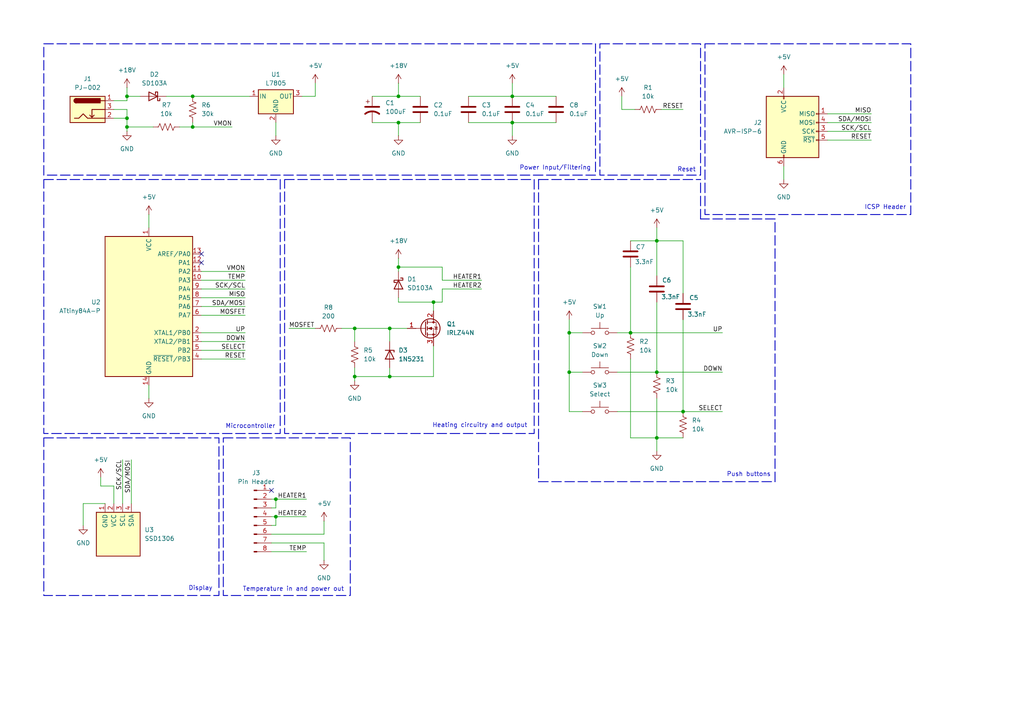
<source format=kicad_sch>
(kicad_sch (version 20231120) (generator "eeschema") (generator_version "8.0")
  (paper "A4")
  (title_block (title "Modular THT PCB Hotplate") (date "2024-09-17") (rev "1.0"))
  (lib_symbols
    (symbol "Connector:AVR-ISP-6" (pin_names (offset 1.016))
      (property "Reference" "J" (at -6.35 11.43 0))
      (property "Value" "AVR-ISP-6" (at 0 11.43 0))
      (symbol "AVR-ISP-6_0_1"
        (rectangle (start -2.667 -6.858) (end -2.413 -7.62))
        (rectangle (start -2.667 10.16) (end -2.413 9.398))
        (rectangle (start 7.62 -2.413) (end 6.858 -2.667))
        (rectangle (start 7.62 0.127) (end 6.858 -0.127))
        (rectangle (start 7.62 2.667) (end 6.858 2.413))
        (rectangle (start 7.62 5.207) (end 6.858 4.953))
        (rectangle (start 7.62 10.16) (end -7.62 -7.62) (stroke (width 0.254)) (fill (type background)))
      )
      (symbol "AVR-ISP-6_1_1"
        (pin passive line (at 10.16 5.08 180) (length 2.54) (name "MISO") (number "1"))
        (pin passive line (at -2.54 12.7 270) (length 2.54) (name "VCC") (number "2"))
        (pin passive line (at 10.16 0 180) (length 2.54) (name "SCK") (number "3"))
        (pin passive line (at 10.16 2.54 180) (length 2.54) (name "MOSI") (number "4"))
        (pin passive line (at 10.16 -2.54 180) (length 2.54) (name "~{RST}") (number "5"))
        (pin passive line (at -2.54 -10.16 90) (length 2.54) (name "GND") (number "6"))
      )
    )
    (symbol "Connector:Barrel_Jack_Switch" (pin_names hide)
      (property "Reference" "J" (at 0 5.334 0))
      (property "Value" "Barrel_Jack_Switch" (at 0 -5.08 0))
      (symbol "Barrel_Jack_Switch_0_1"
        (rectangle (start -5.08 3.81) (end 5.08 -3.81) (stroke (width 0.254)) (fill (type background)))
        (arc (start -3.302 3.175) (mid -3.9343 2.54) (end -3.302 1.905) (stroke (width 0.254)))
        (arc (start -3.302 3.175) (mid -3.9343 2.54) (end -3.302 1.905) (stroke (width 0.254)) (fill (type outline)))
        (polyline (pts (xy 1.27 -2.286) (xy 1.905 -1.651)) (stroke (width 0.254)))
        (polyline (pts (xy 5.08 2.54) (xy 3.81 2.54)) (stroke (width 0.254)))
        (polyline (pts (xy 5.08 0) (xy 1.27 0) (xy 1.27 -2.286) (xy 0.635 -1.651)) (stroke (width 0.254)))
        (polyline (pts (xy -3.81 -2.54) (xy -2.54 -2.54) (xy -1.27 -1.27) (xy 0 -2.54) (xy 2.54 -2.54) (xy 5.08 -2.54)) (stroke (width 0.254)))
        (rectangle (start 3.683 3.175) (end -3.302 1.905) (stroke (width 0.254)) (fill (type outline)))
      )
      (symbol "Barrel_Jack_Switch_1_1"
        (pin passive line (at 7.62 2.54 180) (length 2.54) (name "~") (number "1"))
        (pin passive line (at 7.62 -2.54 180) (length 2.54) (name "~") (number "2"))
        (pin passive line (at 7.62 0 180) (length 2.54) (name "~") (number "3"))
      )
    )
    (symbol "Connector:Conn_01x08_Pin" (pin_names (offset 1.016) hide)
      (property "Reference" "J" (at 0 10.16 0))
      (property "Value" "Conn_01x08_Pin" (at 0 -12.7 0))
      (symbol "Conn_01x08_Pin_1_1"
        (polyline (pts (xy 1.27 -10.16) (xy 0.8636 -10.16)) (stroke (width 0.1524)))
        (polyline (pts (xy 1.27 -7.62) (xy 0.8636 -7.62)) (stroke (width 0.1524)))
        (polyline (pts (xy 1.27 -5.08) (xy 0.8636 -5.08)) (stroke (width 0.1524)))
        (polyline (pts (xy 1.27 -2.54) (xy 0.8636 -2.54)) (stroke (width 0.1524)))
        (polyline (pts (xy 1.27 0) (xy 0.8636 0)) (stroke (width 0.1524)))
        (polyline (pts (xy 1.27 2.54) (xy 0.8636 2.54)) (stroke (width 0.1524)))
        (polyline (pts (xy 1.27 5.08) (xy 0.8636 5.08)) (stroke (width 0.1524)))
        (polyline (pts (xy 1.27 7.62) (xy 0.8636 7.62)) (stroke (width 0.1524)))
        (rectangle (start 0.8636 -10.033) (end 0 -10.287) (stroke (width 0.1524)) (fill (type outline)))
        (rectangle (start 0.8636 -7.493) (end 0 -7.747) (stroke (width 0.1524)) (fill (type outline)))
        (rectangle (start 0.8636 -4.953) (end 0 -5.207) (stroke (width 0.1524)) (fill (type outline)))
        (rectangle (start 0.8636 -2.413) (end 0 -2.667) (stroke (width 0.1524)) (fill (type outline)))
        (rectangle (start 0.8636 0.127) (end 0 -0.127) (stroke (width 0.1524)) (fill (type outline)))
        (rectangle (start 0.8636 2.667) (end 0 2.413) (stroke (width 0.1524)) (fill (type outline)))
        (rectangle (start 0.8636 5.207) (end 0 4.953) (stroke (width 0.1524)) (fill (type outline)))
        (rectangle (start 0.8636 7.747) (end 0 7.493) (stroke (width 0.1524)) (fill (type outline)))
        (pin passive line (at 5.08 7.62 180) (length 3.81) (name "Pin_1") (number "1"))
        (pin passive line (at 5.08 5.08 180) (length 3.81) (name "Pin_2") (number "2"))
        (pin passive line (at 5.08 2.54 180) (length 3.81) (name "Pin_3") (number "3"))
        (pin passive line (at 5.08 0 180) (length 3.81) (name "Pin_4") (number "4"))
        (pin passive line (at 5.08 -2.54 180) (length 3.81) (name "Pin_5") (number "5"))
        (pin passive line (at 5.08 -5.08 180) (length 3.81) (name "Pin_6") (number "6"))
        (pin passive line (at 5.08 -7.62 180) (length 3.81) (name "Pin_7") (number "7"))
        (pin passive line (at 5.08 -10.16 180) (length 3.81) (name "Pin_8") (number "8"))
      )
    )
    (symbol "Device:C" (pin_numbers hide) (pin_names (offset 0.254))
      (property "Reference" "C" (at 0.635 2.54 0))
      (property "Value" "C" (at 0.635 -2.54 0))
      (symbol "C_0_1"
        (polyline (pts (xy -2.032 -0.762) (xy 2.032 -0.762)) (stroke (width 0.508)))
        (polyline (pts (xy -2.032 0.762) (xy 2.032 0.762)) (stroke (width 0.508)))
      )
      (symbol "C_1_1"
        (pin passive line (at 0 3.81 270) (length 2.794) (name "~") (number "1"))
        (pin passive line (at 0 -3.81 90) (length 2.794) (name "~") (number "2"))
      )
    )
    (symbol "Device:C_Polarized_US" (pin_numbers hide) (pin_names (offset 0.254) hide)
      (property "Reference" "C" (at 0.635 2.54 0))
      (property "Value" "C_Polarized_US" (at 0.635 -2.54 0))
      (symbol "C_Polarized_US_0_1"
        (polyline (pts (xy -2.032 0.762) (xy 2.032 0.762)) (stroke (width 0.508)))
        (polyline (pts (xy -1.778 2.286) (xy -0.762 2.286)))
        (polyline (pts (xy -1.27 1.778) (xy -1.27 2.794)))
        (arc (start 2.032 -1.27) (mid 0 -0.5572) (end -2.032 -1.27) (stroke (width 0.508)))
      )
      (symbol "C_Polarized_US_1_1"
        (pin passive line (at 0 3.81 270) (length 2.794) (name "~") (number "1"))
        (pin passive line (at 0 -3.81 90) (length 3.302) (name "~") (number "2"))
      )
    )
    (symbol "Device:D_Schottky" (pin_numbers hide) (pin_names (offset 1.016) hide)
      (property "Reference" "D" (at 0 2.54 0))
      (property "Value" "D_Schottky" (at 0 -2.54 0))
      (symbol "D_Schottky_0_1"
        (polyline (pts (xy 1.27 0) (xy -1.27 0)))
        (polyline (pts (xy 1.27 1.27) (xy 1.27 -1.27) (xy -1.27 0) (xy 1.27 1.27)) (stroke (width 0.254)))
        (polyline (pts (xy -1.905 0.635) (xy -1.905 1.27) (xy -1.27 1.27) (xy -1.27 -1.27) (xy -0.635 -1.27) (xy -0.635 -0.635)) (stroke (width 0.254)))
      )
      (symbol "D_Schottky_1_1"
        (pin passive line (at -3.81 0 0) (length 2.54) (name "K") (number "1"))
        (pin passive line (at 3.81 0 180) (length 2.54) (name "A") (number "2"))
      )
    )
    (symbol "Device:D_Zener" (pin_numbers hide) (pin_names (offset 1.016) hide)
      (property "Reference" "D" (at 0 2.54 0))
      (property "Value" "D_Zener" (at 0 -2.54 0))
      (symbol "D_Zener_0_1"
        (polyline (pts (xy 1.27 0) (xy -1.27 0)))
        (polyline (pts (xy -1.27 -1.27) (xy -1.27 1.27) (xy -0.762 1.27)) (stroke (width 0.254)))
        (polyline (pts (xy 1.27 -1.27) (xy 1.27 1.27) (xy -1.27 0) (xy 1.27 -1.27)) (stroke (width 0.254)))
      )
      (symbol "D_Zener_1_1"
        (pin passive line (at -3.81 0 0) (length 2.54) (name "K") (number "1"))
        (pin passive line (at 3.81 0 180) (length 2.54) (name "A") (number "2"))
      )
    )
    (symbol "Device:R_US" (pin_numbers hide) (pin_names (offset 0))
      (property "Reference" "R" (at 2.54 0 90))
      (property "Value" "R_US" (at -2.54 0 90))
      (symbol "R_US_0_1"
        (polyline (pts (xy 0 -2.286) (xy 0 -2.54)))
        (polyline (pts (xy 0 2.286) (xy 0 2.54)))
        (polyline (pts (xy 0 -0.762) (xy 1.016 -1.143) (xy 0 -1.524) (xy -1.016 -1.905) (xy 0 -2.286)))
        (polyline (pts (xy 0 0.762) (xy 1.016 0.381) (xy 0 0) (xy -1.016 -0.381) (xy 0 -0.762)))
        (polyline (pts (xy 0 2.286) (xy 1.016 1.905) (xy 0 1.524) (xy -1.016 1.143) (xy 0 0.762)))
      )
      (symbol "R_US_1_1"
        (pin passive line (at 0 3.81 270) (length 1.27) (name "~") (number "1"))
        (pin passive line (at 0 -3.81 90) (length 1.27) (name "~") (number "2"))
      )
    )
    (symbol "MCU_Microchip_ATtiny:ATtiny84A-P"
      (property "Reference" "U" (at -12.7 21.59 0))
      (property "Value" "ATtiny84A-P" (at 2.54 -21.59 0))
      (symbol "ATtiny84A-P_0_1"
        (rectangle (start -12.7 -20.32) (end 12.7 20.32) (stroke (width 0.254)) (fill (type background)))
      )
      (symbol "ATtiny84A-P_1_1"
        (pin power_in line (at 0 22.86 270) (length 2.54) (name "VCC") (number "1"))
        (pin bidirectional line (at 15.24 7.62 180) (length 2.54) (name "PA3") (number "10"))
        (pin bidirectional line (at 15.24 10.16 180) (length 2.54) (name "PA2") (number "11"))
        (pin bidirectional line (at 15.24 12.7 180) (length 2.54) (name "PA1") (number "12"))
        (pin bidirectional line (at 15.24 15.24 180) (length 2.54) (name "AREF/PA0") (number "13"))
        (pin power_in line (at 0 -22.86 90) (length 2.54) (name "GND") (number "14"))
        (pin bidirectional line (at 15.24 -7.62 180) (length 2.54) (name "XTAL1/PB0") (number "2"))
        (pin bidirectional line (at 15.24 -10.16 180) (length 2.54) (name "XTAL2/PB1") (number "3"))
        (pin bidirectional line (at 15.24 -15.24 180) (length 2.54) (name "~{RESET}/PB3") (number "4"))
        (pin bidirectional line (at 15.24 -12.7 180) (length 2.54) (name "PB2") (number "5"))
        (pin bidirectional line (at 15.24 -2.54 180) (length 2.54) (name "PA7") (number "6"))
        (pin bidirectional line (at 15.24 0 180) (length 2.54) (name "PA6") (number "7"))
        (pin bidirectional line (at 15.24 2.54 180) (length 2.54) (name "PA5") (number "8"))
        (pin bidirectional line (at 15.24 5.08 180) (length 2.54) (name "PA4") (number "9"))
      )
    )
    (symbol "OLED:SSD1306"
      (property "Reference" "U" (at 8.128 5.334 0))
      (property "Value" "SSD1306" (at -0.254 -3.302 0))
      (symbol "SSD1306_1_1"
        (rectangle (start -6.35 6.35) (end 6.35 -6.35) (stroke (width 0.254)) (fill (type background)))
        (pin power_in line (at -3.81 8.89 270) (length 2.54) (name "GND") (number "1"))
        (pin power_in line (at -1.27 8.89 270) (length 2.54) (name "VCC") (number "2"))
        (pin input line (at 1.27 8.89 270) (length 2.54) (name "SCL") (number "3"))
        (pin input line (at 3.81 8.89 270) (length 2.54) (name "SDA") (number "4"))
      )
    )
    (symbol "Regulator_Linear:L7805" (pin_names (offset 0.254))
      (property "Reference" "U" (at -3.81 3.175 0))
      (property "Value" "L7805" (at 0 3.175 0))
      (symbol "L7805_0_1"
        (rectangle (start -5.08 1.905) (end 5.08 -5.08) (stroke (width 0.254)) (fill (type background)))
      )
      (symbol "L7805_1_1"
        (pin power_in line (at -7.62 0 0) (length 2.54) (name "IN") (number "1"))
        (pin power_in line (at 0 -7.62 90) (length 2.54) (name "GND") (number "2"))
        (pin power_out line (at 7.62 0 180) (length 2.54) (name "OUT") (number "3"))
      )
    )
    (symbol "Switch:SW_Push" (pin_numbers hide) (pin_names (offset 1.016) hide)
      (property "Reference" "SW" (at 1.27 2.54 0))
      (property "Value" "SW_Push" (at 0 -1.524 0))
      (symbol "SW_Push_0_1"
        (circle (center -2.032 0) (radius 0.508))
        (polyline (pts (xy 0 1.27) (xy 0 3.048)))
        (polyline (pts (xy 2.54 1.27) (xy -2.54 1.27)))
        (circle (center 2.032 0) (radius 0.508))
        (pin passive line (at -5.08 0 0) (length 2.54) (name "1") (number "1"))
        (pin passive line (at 5.08 0 180) (length 2.54) (name "2") (number "2"))
      )
    )
    (symbol "Transistor_FET:IRLZ44N" (pin_names hide)
      (property "Reference" "Q" (at 5.08 1.905 0))
      (property "Value" "IRLZ44N" (at 5.08 0 0))
      (symbol "IRLZ44N_0_1"
        (polyline (pts (xy 0.254 0) (xy -2.54 0)))
        (polyline (pts (xy 0.254 1.905) (xy 0.254 -1.905)) (stroke (width 0.254)))
        (polyline (pts (xy 0.762 -1.27) (xy 0.762 -2.286)) (stroke (width 0.254)))
        (polyline (pts (xy 0.762 0.508) (xy 0.762 -0.508)) (stroke (width 0.254)))
        (polyline (pts (xy 0.762 2.286) (xy 0.762 1.27)) (stroke (width 0.254)))
        (polyline (pts (xy 2.54 2.54) (xy 2.54 1.778)))
        (polyline (pts (xy 2.54 -2.54) (xy 2.54 0) (xy 0.762 0)))
        (polyline (pts (xy 0.762 -1.778) (xy 3.302 -1.778) (xy 3.302 1.778) (xy 0.762 1.778)))
        (polyline (pts (xy 1.016 0) (xy 2.032 0.381) (xy 2.032 -0.381) (xy 1.016 0)) (fill (type outline)))
        (polyline (pts (xy 2.794 0.508) (xy 2.921 0.381) (xy 3.683 0.381) (xy 3.81 0.254)))
        (polyline (pts (xy 3.302 0.381) (xy 2.921 -0.254) (xy 3.683 -0.254) (xy 3.302 0.381)))
        (circle (center 1.651 0) (radius 2.794) (stroke (width 0.254)))
        (circle (center 2.54 -1.778) (radius 0.254) (fill (type outline)))
        (circle (center 2.54 1.778) (radius 0.254) (fill (type outline)))
      )
      (symbol "IRLZ44N_1_1"
        (pin input line (at -5.08 0 0) (length 2.54) (name "G") (number "1"))
        (pin passive line (at 2.54 5.08 270) (length 2.54) (name "D") (number "2"))
        (pin passive line (at 2.54 -5.08 90) (length 2.54) (name "S") (number "3"))
      )
    )
    (symbol "power:+12V" (power) (pin_numbers hide) (pin_names (offset 0) hide)
      (property "Value" "+12V" (at 0 3.556 0))
      (symbol "+12V_0_1"
        (polyline (pts (xy -0.762 1.27) (xy 0 2.54)))
        (polyline (pts (xy 0 0) (xy 0 2.54)))
        (polyline (pts (xy 0 2.54) (xy 0.762 1.27)))
      )
      (symbol "+12V_1_1"
        (pin power_in line (at 0 0 90) (length 0) (name "~") (number "1"))
      )
    )
    (symbol "power:+5V" (power) (pin_numbers hide) (pin_names (offset 0) hide)
      (property "Value" "+5V" (at 0 3.556 0))
      (symbol "+5V_0_1"
        (polyline (pts (xy -0.762 1.27) (xy 0 2.54)))
        (polyline (pts (xy 0 0) (xy 0 2.54)))
        (polyline (pts (xy 0 2.54) (xy 0.762 1.27)))
      )
      (symbol "+5V_1_1"
        (pin power_in line (at 0 0 90) (length 0) (name "~") (number "1"))
      )
    )
    (symbol "power:GND" (power) (pin_numbers hide) (pin_names (offset 0) hide)
      (property "Value" "GND" (at 0 -3.81 0))
      (symbol "GND_0_1"
        (polyline (pts (xy 0 0) (xy 0 -1.27) (xy 1.27 -1.27) (xy 0 -2.54) (xy -1.27 -1.27) (xy 0 -1.27)))
      )
      (symbol "GND_1_1"
        (pin power_in line (at 0 0 270) (length 0) (name "~") (number "1"))
      )
    )
  )
  (junction (at 165.1 107.95))
  (junction (at 148.59 35.56))
  (junction (at 36.83 27.94))
  (junction (at 113.03 109.22))
  (junction (at 148.59 27.94))
  (junction (at 55.88 27.94))
  (junction (at 182.88 96.52))
  (junction (at 115.57 27.94))
  (junction (at 36.83 34.29))
  (junction (at 80.01 149.86))
  (junction (at 36.83 36.83))
  (junction (at 198.12 119.38))
  (junction (at 102.87 95.25))
  (junction (at 113.03 95.25))
  (junction (at 102.87 109.22))
  (junction (at 165.1 96.52))
  (junction (at 190.5 69.85))
  (junction (at 190.5 107.95))
  (junction (at 115.57 77.47))
  (junction (at 80.01 144.78))
  (junction (at 190.5 127))
  (junction (at 125.73 87.63))
  (junction (at 115.57 35.56))
  (junction (at 55.88 36.83))
  (no_connect (at 58.42 73.66))
  (no_connect (at 58.42 76.2))
  (no_connect (at 78.74 142.24))
  (wire (pts (xy 36.83 36.83) (xy 44.45 36.83)))
  (wire (pts (xy 36.83 25.4) (xy 36.83 27.94)))
  (wire (pts (xy 113.03 95.25) (xy 113.03 99.06)))
  (wire (pts (xy 168.91 119.38) (xy 165.1 119.38)))
  (wire (pts (xy 240.03 40.64) (xy 252.73 40.64)))
  (polyline (pts (xy 224.79 63.5) (xy 203.2 63.5)) (stroke (width 0.254) (type dash)))
  (wire (pts (xy 107.95 35.56) (xy 115.57 35.56)))
  (wire (pts (xy 198.12 92.71) (xy 198.12 119.38)))
  (wire (pts (xy 115.57 24.13) (xy 115.57 27.94)))
  (wire (pts (xy 125.73 87.63) (xy 125.73 90.17)))
  (wire (pts (xy 58.42 81.28) (xy 71.12 81.28)))
  (wire (pts (xy 198.12 69.85) (xy 190.5 69.85)))
  (wire (pts (xy 78.74 149.86) (xy 80.01 149.86)))
  (wire (pts (xy 128.27 81.28) (xy 139.7 81.28)))
  (wire (pts (xy 165.1 119.38) (xy 165.1 107.95)))
  (wire (pts (xy 128.27 87.63) (xy 125.73 87.63)))
  (wire (pts (xy 168.91 107.95) (xy 165.1 107.95)))
  (wire (pts (xy 240.03 38.1) (xy 252.73 38.1)))
  (polyline (pts (xy 203.2 63.5) (xy 203.2 52.07)) (stroke (width 0.254) (type dash)))
  (wire (pts (xy 52.07 36.83) (xy 55.88 36.83)))
  (wire (pts (xy 38.1 133.35) (xy 38.1 146.05)))
  (wire (pts (xy 102.87 106.68) (xy 102.87 109.22)))
  (wire (pts (xy 35.56 133.35) (xy 35.56 146.05)))
  (polyline (pts (xy 156.21 52.07) (xy 156.21 139.7)) (stroke (width 0.254) (type dash)))
  (wire (pts (xy 240.03 33.02) (xy 252.73 33.02)))
  (wire (pts (xy 115.57 87.63) (xy 125.73 87.63)))
  (wire (pts (xy 80.01 144.78) (xy 88.9 144.78)))
  (wire (pts (xy 128.27 77.47) (xy 115.57 77.47)))
  (wire (pts (xy 36.83 34.29) (xy 36.83 36.83)))
  (wire (pts (xy 58.42 88.9) (xy 71.12 88.9)))
  (wire (pts (xy 29.21 138.43) (xy 29.21 140.97)))
  (wire (pts (xy 78.74 160.02) (xy 88.9 160.02)))
  (wire (pts (xy 190.5 69.85) (xy 190.5 80.01)))
  (wire (pts (xy 36.83 36.83) (xy 36.83 38.1)))
  (wire (pts (xy 58.42 78.74) (xy 71.12 78.74)))
  (wire (pts (xy 113.03 95.25) (xy 102.87 95.25)))
  (wire (pts (xy 93.98 154.94) (xy 93.98 151.13)))
  (wire (pts (xy 93.98 157.48) (xy 93.98 162.56)))
  (wire (pts (xy 36.83 27.94) (xy 36.83 29.21)))
  (wire (pts (xy 115.57 35.56) (xy 115.57 39.37)))
  (wire (pts (xy 135.89 27.94) (xy 148.59 27.94)))
  (wire (pts (xy 128.27 81.28) (xy 128.27 77.47)))
  (wire (pts (xy 80.01 39.37) (xy 80.01 35.56)))
  (polyline (pts (xy 156.21 52.07) (xy 203.2 52.07)) (stroke (width 0.254) (type dash)))
  (wire (pts (xy 179.07 107.95) (xy 190.5 107.95)))
  (wire (pts (xy 102.87 109.22) (xy 102.87 110.49)))
  (wire (pts (xy 148.59 35.56) (xy 161.29 35.56)))
  (wire (pts (xy 240.03 35.56) (xy 252.73 35.56)))
  (wire (pts (xy 190.5 107.95) (xy 209.55 107.95)))
  (wire (pts (xy 91.44 27.94) (xy 91.44 24.13)))
  (wire (pts (xy 87.63 27.94) (xy 91.44 27.94)))
  (wire (pts (xy 78.74 154.94) (xy 93.98 154.94)))
  (wire (pts (xy 99.06 95.25) (xy 102.87 95.25)))
  (wire (pts (xy 102.87 95.25) (xy 102.87 99.06)))
  (wire (pts (xy 33.02 140.97) (xy 33.02 146.05)))
  (wire (pts (xy 83.82 95.25) (xy 91.44 95.25)))
  (wire (pts (xy 190.5 115.57) (xy 190.5 127)))
  (wire (pts (xy 128.27 83.82) (xy 128.27 87.63)))
  (wire (pts (xy 58.42 83.82) (xy 71.12 83.82)))
  (wire (pts (xy 198.12 85.09) (xy 198.12 69.85)))
  (wire (pts (xy 58.42 91.44) (xy 71.12 91.44)))
  (wire (pts (xy 115.57 35.56) (xy 121.92 35.56)))
  (wire (pts (xy 191.77 31.75) (xy 198.12 31.75)))
  (wire (pts (xy 33.02 29.21) (xy 36.83 29.21)))
  (wire (pts (xy 58.42 101.6) (xy 71.12 101.6)))
  (wire (pts (xy 165.1 107.95) (xy 165.1 96.52)))
  (wire (pts (xy 190.5 87.63) (xy 190.5 107.95)))
  (wire (pts (xy 148.59 35.56) (xy 148.59 39.37)))
  (wire (pts (xy 80.01 152.4) (xy 80.01 149.86)))
  (wire (pts (xy 58.42 104.14) (xy 71.12 104.14)))
  (polyline (pts (xy 156.21 139.7) (xy 224.79 139.7)) (stroke (width 0.254) (type dash)))
  (wire (pts (xy 115.57 86.36) (xy 115.57 87.63)))
  (wire (pts (xy 55.88 27.94) (xy 72.39 27.94)))
  (wire (pts (xy 113.03 106.68) (xy 113.03 109.22)))
  (wire (pts (xy 182.88 127) (xy 190.5 127)))
  (wire (pts (xy 227.33 21.59) (xy 227.33 25.4)))
  (wire (pts (xy 125.73 100.33) (xy 125.73 109.22)))
  (wire (pts (xy 36.83 27.94) (xy 40.64 27.94)))
  (wire (pts (xy 80.01 147.32) (xy 80.01 144.78)))
  (wire (pts (xy 58.42 99.06) (xy 71.12 99.06)))
  (wire (pts (xy 198.12 119.38) (xy 209.55 119.38)))
  (wire (pts (xy 43.18 62.23) (xy 43.18 66.04)))
  (wire (pts (xy 179.07 119.38) (xy 198.12 119.38)))
  (wire (pts (xy 48.26 27.94) (xy 55.88 27.94)))
  (wire (pts (xy 179.07 96.52) (xy 182.88 96.52)))
  (wire (pts (xy 182.88 104.14) (xy 182.88 127)))
  (wire (pts (xy 182.88 96.52) (xy 209.55 96.52)))
  (polyline (pts (xy 224.79 139.7) (xy 224.79 63.5)) (stroke (width 0.254) (type dash)))
  (wire (pts (xy 190.5 127) (xy 190.5 130.81)))
  (wire (pts (xy 80.01 149.86) (xy 88.9 149.86)))
  (wire (pts (xy 125.73 109.22) (xy 113.03 109.22)))
  (wire (pts (xy 24.13 146.05) (xy 24.13 152.4)))
  (wire (pts (xy 165.1 96.52) (xy 165.1 92.71)))
  (wire (pts (xy 30.48 146.05) (xy 24.13 146.05)))
  (wire (pts (xy 148.59 27.94) (xy 161.29 27.94)))
  (wire (pts (xy 33.02 31.75) (xy 36.83 31.75)))
  (wire (pts (xy 113.03 109.22) (xy 102.87 109.22)))
  (wire (pts (xy 55.88 36.83) (xy 67.31 36.83)))
  (wire (pts (xy 33.02 34.29) (xy 36.83 34.29)))
  (wire (pts (xy 182.88 69.85) (xy 190.5 69.85)))
  (wire (pts (xy 184.15 31.75) (xy 180.34 31.75)))
  (wire (pts (xy 78.74 152.4) (xy 80.01 152.4)))
  (wire (pts (xy 190.5 127) (xy 198.12 127)))
  (wire (pts (xy 58.42 96.52) (xy 71.12 96.52)))
  (wire (pts (xy 43.18 111.76) (xy 43.18 115.57)))
  (wire (pts (xy 190.5 69.85) (xy 190.5 66.04)))
  (wire (pts (xy 180.34 31.75) (xy 180.34 27.94)))
  (wire (pts (xy 29.21 140.97) (xy 33.02 140.97)))
  (wire (pts (xy 115.57 74.93) (xy 115.57 77.47)))
  (wire (pts (xy 36.83 31.75) (xy 36.83 34.29)))
  (wire (pts (xy 182.88 77.47) (xy 182.88 96.52)))
  (wire (pts (xy 115.57 27.94) (xy 121.92 27.94)))
  (wire (pts (xy 148.59 24.13) (xy 148.59 27.94)))
  (wire (pts (xy 78.74 144.78) (xy 80.01 144.78)))
  (wire (pts (xy 58.42 86.36) (xy 71.12 86.36)))
  (wire (pts (xy 78.74 157.48) (xy 93.98 157.48)))
  (wire (pts (xy 168.91 96.52) (xy 165.1 96.52)))
  (wire (pts (xy 115.57 77.47) (xy 115.57 78.74)))
  (wire (pts (xy 78.74 147.32) (xy 80.01 147.32)))
  (wire (pts (xy 135.89 35.56) (xy 148.59 35.56)))
  (wire (pts (xy 118.11 95.25) (xy 113.03 95.25)))
  (wire (pts (xy 55.88 35.56) (xy 55.88 36.83)))
  (wire (pts (xy 227.33 48.26) (xy 227.33 52.07)))
  (wire (pts (xy 128.27 83.82) (xy 139.7 83.82)))
  (wire (pts (xy 107.95 27.94) (xy 115.57 27.94)))
  (rectangle (start 12.7 127) (end 63.5 172.72) (stroke (width 0.254) (type dash)))
  (rectangle (start 64.77 127) (end 101.6 172.72) (stroke (width 0.254) (type dash)))
  (rectangle (start 12.7 12.7) (end 172.72 50.8) (stroke (width 0.254) (type dash)))
  (rectangle (start 173.99 12.7) (end 203.2 50.8) (stroke (width 0.254) (type dash)))
  (rectangle (start 82.55 52.07) (end 154.94 125.73) (stroke (width 0.254) (type dash)))
  (rectangle (start 12.7 52.07) (end 81.28 125.73) (stroke (width 0.254) (type dash)))
  (rectangle (start 204.47 12.7) (end 264.16 62.23) (stroke (width 0.254) (type dash)))
  (text "Display" (at 58.166 170.688 0) (effects (font (size 1.27 1.27))))
  (text "Heating circuitry and output" (at 139.192 123.444 0) (effects (font (size 1.27 1.27))))
  (text "Push buttons" (at 217.17 137.668 0) (effects (font (size 1.27 1.27))))
  (text "Power Input/Filtering" (at 161.036 48.768 0) (effects (font (size 1.27 1.27))))
  (text "Temperature in and power out" (at 85.09 170.942 0) (effects (font (size 1.27 1.27))))
  (text "Reset" (at 199.136 49.276 0) (effects (font (size 1.27 1.27))))
  (text "ICSP Header" (at 256.794 60.198 0) (effects (font (size 1.27 1.27))))
  (text "Microcontroller" (at 72.644 123.698 0) (effects (font (size 1.27 1.27))))
  (label "DOWN" (at 71.12 99.06 180))
  (label "SDA{slash}MOSI" (at 252.73 35.56 180))
  (label "HEATER2" (at 139.7 83.82 180))
  (label "UP" (at 71.12 96.52 180))
  (label "SCK{slash}SCL" (at 71.12 83.82 180))
  (label "RESET" (at 71.12 104.14 180))
  (label "RESET" (at 252.73 40.64 180))
  (label "HEATER2" (at 88.9 149.86 180))
  (label "SCK{slash}SCL" (at 35.56 133.35 270))
  (label "MOSFET" (at 83.82 95.25 0))
  (label "RESET" (at 198.12 31.75 180))
  (label "SCK{slash}SCL" (at 252.73 38.1 180))
  (label "SDA{slash}MOSI" (at 38.1 133.35 270))
  (label "HEATER1" (at 139.7 81.28 180))
  (label "MOSFET" (at 71.12 91.44 180))
  (label "MISO" (at 71.12 86.36 180))
  (label "SELECT" (at 209.55 119.38 180))
  (label "TEMP" (at 71.12 81.28 180))
  (label "HEATER1" (at 88.9 144.78 180))
  (label "SDA{slash}MOSI" (at 71.12 88.9 180))
  (label "TEMP" (at 88.9 160.02 180))
  (label "DOWN" (at 209.55 107.95 180))
  (label "VMON" (at 71.12 78.74 180))
  (label "MISO" (at 252.73 33.02 180))
  (label "UP" (at 209.55 96.52 180))
  (label "SELECT" (at 71.12 101.6 180))
  (label "VMON" (at 67.31 36.83 180))
  (symbol (lib_id "Device:R_US") (at 190.5 111.76 180) (unit 1)
    (property "Reference" "R3" (at 193.04 110.4899 0) (effects (justify right)))
    (property "Value" "10k" (at 193.04 113.0299 0) (effects (justify right)))
    (property "Footprint" "Resistor_THT:R_Axial_DIN0207_L6.3mm_D2.5mm_P10.16mm_Horizontal" (effects (hide yes)))
    (property "Description" "Resistor, US symbol" (effects (hide yes)))
  )
  (symbol (lib_id "power:GND") (at 80.01 39.37 0) (unit 1)
    (property "Reference" "#PWR04" (effects (hide yes)))
    (property "Value" "GND" (at 80.01 44.45 0))
    (property "Description" "Power symbol creates a global label with name \"GND\" , ground" (effects (hide yes)))
  )
  (symbol (lib_id "power:+5V") (at 91.44 24.13 0) (unit 1)
    (property "Reference" "#PWR05" (effects (hide yes)))
    (property "Value" "+5V" (at 91.44 19.05 0))
    (property "Description" "Power symbol creates a global label with name \"+5V\"" (effects (hide yes)))
  )
  (symbol (lib_id "Device:D_Schottky") (at 44.45 27.94 180) (unit 1)
    (property "Reference" "D2" (at 44.7675 21.59 0))
    (property "Value" "SD103A" (at 44.7675 24.13 0))
    (property "Footprint" "Diode_THT:D_DO-35_SOD27_P7.62mm_Horizontal" (effects (hide yes)))
    (property "Description" "Schottky diode" (effects (hide yes)))
  )
  (symbol (lib_id "Switch:SW_Push") (at 173.99 119.38 0) (unit 1)
    (property "Reference" "SW3" (at 173.99 111.76 0))
    (property "Value" "Select" (at 173.99 114.3 0))
    (property "Footprint" "Button_Switch_THT:SW_PUSH_6mm_H7.3mm" (effects (hide yes)))
    (property "Description" "Push button switch, generic, two pins" (effects (hide yes)))
  )
  (symbol (lib_id "power:+5V") (at 227.33 21.59 0) (unit 1)
    (property "Reference" "#PWR013" (effects (hide yes)))
    (property "Value" "+5V" (at 227.33 16.51 0))
    (property "Description" "Power symbol creates a global label with name \"+5V\"" (effects (hide yes)))
  )
  (symbol (lib_id "Device:C") (at 148.59 31.75 0) (unit 1)
    (property "Reference" "C4" (at 152.4 30.4799 0) (effects (justify left)))
    (property "Value" "0.1uF" (at 152.4 33.0199 0) (effects (justify left)))
    (property "Footprint" "Capacitor_THT:C_Disc_D4.7mm_W2.5mm_P5.00mm" (effects (hide yes)))
    (property "Description" "Unpolarized capacitor" (effects (hide yes)))
  )
  (symbol (lib_id "power:+5V") (at 43.18 62.23 0) (unit 1)
    (property "Reference" "#PWR06" (effects (hide yes)))
    (property "Value" "+5V" (at 43.18 57.15 0))
    (property "Description" "Power symbol creates a global label with name \"+5V\"" (effects (hide yes)))
  )
  (symbol (lib_id "power:GND") (at 24.13 152.4 0) (unit 1)
    (property "Reference" "#PWR019" (effects (hide yes)))
    (property "Value" "GND" (at 24.13 157.48 0))
    (property "Description" "Power symbol creates a global label with name \"GND\" , ground" (effects (hide yes)))
  )
  (symbol (lib_id "Regulator_Linear:L7805") (at 80.01 27.94 0) (unit 1)
    (property "Reference" "U1" (at 80.01 21.59 0))
    (property "Value" "L7805" (at 80.01 24.13 0))
    (property "Footprint" "Package_TO_SOT_THT:TO-220-3_Horizontal_TabDown" (effects (hide yes)))
    (property "Datasheet" "http://www.st.com/content/ccc/resource/technical/document/datasheet/41/4f/b3/b0/12/d4/47/88/CD00000444.pdf/files/CD00000444.pdf/jcr:content/translations/en.CD00000444.pdf" (effects (hide yes)))
    (property "Description" "Positive 1.5A 35V Linear Regulator, Fixed Output 5V, TO-220/TO-263/TO-252" (effects (hide yes)))
  )
  (symbol (lib_id "Device:R_US") (at 48.26 36.83 90) (unit 1)
    (property "Reference" "R7" (at 48.26 30.48 90))
    (property "Value" "10k" (at 48.26 33.02 90))
    (property "Footprint" "Resistor_THT:R_Axial_DIN0207_L6.3mm_D2.5mm_P10.16mm_Horizontal" (effects (hide yes)))
    (property "Description" "Resistor, US symbol" (effects (hide yes)))
  )
  (symbol (lib_id "Device:R_US") (at 102.87 102.87 180) (unit 1)
    (property "Reference" "R5" (at 105.41 101.5999 0) (effects (justify right)))
    (property "Value" "10k" (at 105.41 104.1399 0) (effects (justify right)))
    (property "Footprint" "Resistor_THT:R_Axial_DIN0207_L6.3mm_D2.5mm_P10.16mm_Horizontal" (effects (hide yes)))
    (property "Description" "Resistor, US symbol" (effects (hide yes)))
  )
  (symbol (lib_id "Device:C") (at 135.89 31.75 0) (unit 1)
    (property "Reference" "C3" (at 139.7 30.4799 0) (effects (justify left)))
    (property "Value" "0.1uF" (at 139.7 33.0199 0) (effects (justify left)))
    (property "Footprint" "Capacitor_THT:C_Disc_D4.7mm_W2.5mm_P5.00mm" (effects (hide yes)))
    (property "Description" "Unpolarized capacitor" (effects (hide yes)))
  )
  (symbol (lib_id "Connector:AVR-ISP-6") (at 229.87 38.1 0) (unit 1)
    (property "Reference" "J2" (at 220.98 35.5599 0) (effects (justify right)))
    (property "Value" "AVR-ISP-6" (at 220.98 38.0999 0) (effects (justify right)))
    (property "Footprint" "Connector_IDC:IDC-Header_2x03_P2.54mm_Vertical" (effects (hide yes)))
    (property "Datasheet" " ~" (effects (hide yes)))
    (property "Description" "Atmel 6-pin ISP connector" (effects (hide yes)))
  )
  (symbol (lib_id "Device:D_Zener") (at 113.03 102.87 270) (unit 1)
    (property "Reference" "D3" (at 115.57 101.5999 90) (effects (justify left)))
    (property "Value" "1N5231" (at 115.57 104.1399 90) (effects (justify left)))
    (property "Footprint" "Diode_THT:D_DO-35_SOD27_P7.62mm_Horizontal" (effects (hide yes)))
    (property "Description" "Zener diode" (effects (hide yes)))
  )
  (symbol (lib_id "Device:C_Polarized_US") (at 107.95 31.75 0) (unit 1)
    (property "Reference" "C1" (at 111.76 29.8449 0) (effects (justify left)))
    (property "Value" "100uF" (at 111.76 32.3849 0) (effects (justify left)))
    (property "Footprint" "Capacitor_THT:CP_Radial_D8.0mm_P3.50mm" (effects (hide yes)))
    (property "Description" "Polarized capacitor, US symbol" (effects (hide yes)))
  )
  (symbol (lib_id "Device:C") (at 161.29 31.75 0) (unit 1)
    (property "Reference" "C8" (at 165.1 30.4799 0) (effects (justify left)))
    (property "Value" "0.1uF" (at 165.1 33.0199 0) (effects (justify left)))
    (property "Footprint" "Capacitor_THT:C_Disc_D4.7mm_W2.5mm_P5.00mm" (effects (hide yes)))
    (property "Description" "Unpolarized capacitor" (effects (hide yes)))
  )
  (symbol (lib_id "Connector:Barrel_Jack_Switch") (at 25.4 31.75 0) (unit 1)
    (property "Reference" "J1" (at 25.4 22.86 0))
    (property "Value" "PJ-002" (at 25.4 25.4 0))
    (property "Footprint" "Connector_BarrelJack:BarrelJack_Horizontal" (effects (hide yes)))
    (property "Description" "DC Barrel Jack with an internal switch" (effects (hide yes)))
  )
  (symbol (lib_id "power:+5V") (at 29.21 138.43 0) (unit 1)
    (property "Reference" "#PWR020" (effects (hide yes)))
    (property "Value" "+5V" (at 29.21 133.35 0))
    (property "Description" "Power symbol creates a global label with name \"+5V\"" (effects (hide yes)))
  )
  (symbol (lib_id "Switch:SW_Push") (at 173.99 96.52 0) (unit 1)
    (property "Reference" "SW1" (at 173.99 88.9 0))
    (property "Value" "Up" (at 173.99 91.44 0))
    (property "Footprint" "Button_Switch_THT:SW_PUSH_6mm_H7.3mm" (effects (hide yes)))
    (property "Description" "Push button switch, generic, two pins" (effects (hide yes)))
  )
  (symbol (lib_id "power:GND") (at 190.5 130.81 0) (unit 1)
    (property "Reference" "#PWR010" (effects (hide yes)))
    (property "Value" "GND" (at 190.5 135.89 0))
    (property "Description" "Power symbol creates a global label with name \"GND\" , ground" (effects (hide yes)))
  )
  (symbol (lib_id "Device:R_US") (at 95.25 95.25 90) (unit 1)
    (property "Reference" "R8" (at 95.25 89.1615 90))
    (property "Value" "200" (at 95.25 91.7015 90))
    (property "Footprint" "Resistor_THT:R_Axial_DIN0207_L6.3mm_D2.5mm_P10.16mm_Horizontal" (effects (hide yes)))
    (property "Description" "Resistor, US symbol" (effects (hide yes)))
  )
  (symbol (lib_id "power:+5V") (at 148.59 24.13 0) (unit 1)
    (property "Reference" "#PWR017" (effects (hide yes)))
    (property "Value" "+5V" (at 148.59 19.05 0))
    (property "Description" "Power symbol creates a global label with name \"+5V\"" (effects (hide yes)))
  )
  (symbol (lib_id "Device:R_US") (at 187.96 31.75 90) (unit 1)
    (property "Reference" "R1" (at 187.96 25.4 90))
    (property "Value" "10k" (at 187.96 27.94 90))
    (property "Footprint" "Resistor_THT:R_Axial_DIN0207_L6.3mm_D2.5mm_P10.16mm_Horizontal" (effects (hide yes)))
    (property "Description" "Resistor, US symbol" (effects (hide yes)))
  )
  (symbol (lib_id "power:+12V") (at 115.57 74.93 0) (unit 1)
    (property "Reference" "#PWR024" (effects (hide yes)))
    (property "Value" "+18V" (at 115.57 69.85 0))
    (property "Description" "Power symbol creates a global label with name \"+12V\"" (effects (hide yes)))
  )
  (symbol (lib_id "Device:D_Schottky") (at 115.57 82.55 270) (unit 1)
    (property "Reference" "D1" (at 118.11 80.9624 90) (effects (justify left)))
    (property "Value" "SD103A" (at 118.11 83.5024 90) (effects (justify left)))
    (property "Footprint" "Diode_THT:D_DO-35_SOD27_P7.62mm_Horizontal" (effects (hide yes)))
    (property "Description" "Schottky diode" (effects (hide yes)))
  )
  (symbol (lib_id "power:+5V") (at 190.5 66.04 0) (unit 1)
    (property "Reference" "#PWR015" (effects (hide yes)))
    (property "Value" "+5V" (at 190.5 60.96 0))
    (property "Description" "Power symbol creates a global label with name \"+5V\"" (effects (hide yes)))
  )
  (symbol (lib_id "Transistor_FET:IRLZ44N") (at 123.19 95.25 0) (unit 1)
    (property "Reference" "Q1" (at 129.54 93.9799 0) (effects (justify left)))
    (property "Value" "IRLZ44N" (at 129.54 96.5199 0) (effects (justify left)))
    (property "Footprint" "Package_TO_SOT_THT:TO-220-3_Horizontal_TabDown" (effects (hide yes)))
    (property "Datasheet" "http://www.irf.com/product-info/datasheets/data/irlz44n.pdf" (effects (hide yes)))
    (property "Description" "47A Id, 55V Vds, 22mOhm Rds Single N-Channel HEXFET Power MOSFET, TO-220AB" (effects (hide yes)))
  )
  (symbol (lib_id "power:GND") (at 36.83 38.1 0) (unit 1)
    (property "Reference" "#PWR02" (effects (hide yes)))
    (property "Value" "GND" (at 36.83 43.18 0))
    (property "Description" "Power symbol creates a global label with name \"GND\" , ground" (effects (hide yes)))
  )
  (symbol (lib_id "Connector:Conn_01x08_Pin") (at 73.66 149.86 0) (unit 1)
    (property "Reference" "J3" (at 74.295 137.16 0))
    (property "Value" "Pin Header" (at 74.295 139.7 0))
    (property "Footprint" "Connector_PinHeader_2.54mm:PinHeader_1x08_P2.54mm_Horizontal" (effects (hide yes)))
    (property "Description" "Generic connector, single row, 01x08, script generated" (effects (hide yes)))
  )
  (symbol (lib_id "power:+5V") (at 165.1 92.71 0) (unit 1)
    (property "Reference" "#PWR09" (effects (hide yes)))
    (property "Value" "+5V" (at 165.1 87.63 0))
    (property "Description" "Power symbol creates a global label with name \"+5V\"" (effects (hide yes)))
  )
  (symbol (lib_id "Device:R_US") (at 182.88 100.33 180) (unit 1)
    (property "Reference" "R2" (at 185.42 99.0599 0) (effects (justify right)))
    (property "Value" "10k" (at 185.42 101.5999 0) (effects (justify right)))
    (property "Footprint" "Resistor_THT:R_Axial_DIN0207_L6.3mm_D2.5mm_P10.16mm_Horizontal" (effects (hide yes)))
    (property "Description" "Resistor, US symbol" (effects (hide yes)))
  )
  (symbol (lib_id "power:+5V") (at 180.34 27.94 0) (unit 1)
    (property "Reference" "#PWR08" (effects (hide yes)))
    (property "Value" "+5V" (at 180.34 22.86 0))
    (property "Description" "Power symbol creates a global label with name \"+5V\"" (effects (hide yes)))
  )
  (symbol (lib_id "power:GND") (at 227.33 52.07 0) (unit 1)
    (property "Reference" "#PWR014" (effects (hide yes)))
    (property "Value" "GND" (at 227.33 57.15 0))
    (property "Description" "Power symbol creates a global label with name \"GND\" , ground" (effects (hide yes)))
  )
  (symbol (lib_id "Switch:SW_Push") (at 173.99 107.95 0) (unit 1)
    (property "Reference" "SW2" (at 173.99 100.33 0))
    (property "Value" "Down" (at 173.99 102.87 0))
    (property "Footprint" "Button_Switch_THT:SW_PUSH_6mm_H7.3mm" (effects (hide yes)))
    (property "Description" "Push button switch, generic, two pins" (effects (hide yes)))
  )
  (symbol (lib_id "OLED:SSD1306") (at 34.29 154.94 0) (unit 1)
    (property "Reference" "U3" (at 41.91 153.6699 0) (effects (justify left)))
    (property "Value" "SSD1306" (at 41.91 156.2099 0) (effects (justify left)))
    (property "Footprint" "OLED:SSD1306" (effects (hide yes)))
  )
  (symbol (lib_id "power:+5V") (at 93.98 151.13 0) (unit 1)
    (property "Reference" "#PWR03" (effects (hide yes)))
    (property "Value" "+5V" (at 93.98 146.05 0))
    (property "Description" "Power symbol creates a global label with name \"+5V\"" (effects (hide yes)))
  )
  (symbol (lib_id "Device:C") (at 190.5 83.82 0) (unit 1)
    (property "Reference" "C6" (at 192.024 81.28 0) (effects (justify left)))
    (property "Value" "3.3nF" (at 191.77 86.106 0) (effects (justify left)))
    (property "Footprint" "Capacitor_THT:C_Disc_D3.8mm_W2.6mm_P2.50mm" (effects (hide yes)))
    (property "Description" "Unpolarized capacitor" (effects (hide yes)))
  )
  (symbol (lib_id "power:GND") (at 148.59 39.37 0) (unit 1)
    (property "Reference" "#PWR018" (effects (hide yes)))
    (property "Value" "GND" (at 148.59 44.45 0))
    (property "Description" "Power symbol creates a global label with name \"GND\" , ground" (effects (hide yes)))
  )
  (symbol (lib_id "power:+12V") (at 115.57 24.13 0) (unit 1)
    (property "Reference" "#PWR011" (effects (hide yes)))
    (property "Value" "+18V" (at 115.57 19.05 0))
    (property "Description" "Power symbol creates a global label with name \"+12V\"" (effects (hide yes)))
  )
  (symbol (lib_id "power:GND") (at 93.98 162.56 0) (unit 1)
    (property "Reference" "#PWR021" (effects (hide yes)))
    (property "Value" "GND" (at 93.98 167.64 0))
    (property "Description" "Power symbol creates a global label with name \"GND\" , ground" (effects (hide yes)))
  )
  (symbol (lib_id "Device:C") (at 121.92 31.75 0) (unit 1)
    (property "Reference" "C2" (at 125.73 30.4799 0) (effects (justify left)))
    (property "Value" "0.1uF" (at 125.73 33.0199 0) (effects (justify left)))
    (property "Footprint" "Capacitor_THT:C_Disc_D4.7mm_W2.5mm_P5.00mm" (effects (hide yes)))
    (property "Description" "Unpolarized capacitor" (effects (hide yes)))
  )
  (symbol (lib_id "Device:C") (at 182.88 73.66 0) (unit 1)
    (property "Reference" "C7" (at 184.404 71.628 0) (effects (justify left)))
    (property "Value" "3.3nF" (at 184.15 75.946 0) (effects (justify left)))
    (property "Footprint" "Capacitor_THT:C_Disc_D3.8mm_W2.6mm_P2.50mm" (effects (hide yes)))
    (property "Description" "Unpolarized capacitor" (effects (hide yes)))
  )
  (symbol (lib_id "power:GND") (at 43.18 115.57 0) (unit 1)
    (property "Reference" "#PWR07" (effects (hide yes)))
    (property "Value" "GND" (at 43.18 120.65 0))
    (property "Description" "Power symbol creates a global label with name \"GND\" , ground" (effects (hide yes)))
  )
  (symbol (lib_id "Device:C") (at 198.12 88.9 0) (unit 1)
    (property "Reference" "C5" (at 199.898 86.36 0) (effects (justify left)))
    (property "Value" "3.3nF" (at 199.39 91.186 0) (effects (justify left)))
    (property "Footprint" "Capacitor_THT:C_Disc_D3.8mm_W2.6mm_P2.50mm" (effects (hide yes)))
    (property "Description" "Unpolarized capacitor" (effects (hide yes)))
  )
  (symbol (lib_id "power:GND") (at 115.57 39.37 0) (unit 1)
    (property "Reference" "#PWR012" (effects (hide yes)))
    (property "Value" "GND" (at 115.57 44.45 0))
    (property "Description" "Power symbol creates a global label with name \"GND\" , ground" (effects (hide yes)))
  )
  (symbol (lib_id "Device:R_US") (at 198.12 123.19 180) (unit 1)
    (property "Reference" "R4" (at 200.66 121.9199 0) (effects (justify right)))
    (property "Value" "10k" (at 200.66 124.4599 0) (effects (justify right)))
    (property "Footprint" "Resistor_THT:R_Axial_DIN0207_L6.3mm_D2.5mm_P10.16mm_Horizontal" (effects (hide yes)))
    (property "Description" "Resistor, US symbol" (effects (hide yes)))
  )
  (symbol (lib_id "Device:R_US") (at 55.88 31.75 180) (unit 1)
    (property "Reference" "R6" (at 58.42 30.4799 0) (effects (justify right)))
    (property "Value" "30k" (at 58.42 33.0199 0) (effects (justify right)))
    (property "Footprint" "Resistor_THT:R_Axial_DIN0207_L6.3mm_D2.5mm_P10.16mm_Horizontal" (effects (hide yes)))
    (property "Description" "Resistor, US symbol" (effects (hide yes)))
  )
  (symbol (lib_id "power:+12V") (at 36.83 25.4 0) (unit 1)
    (property "Reference" "#PWR01" (effects (hide yes)))
    (property "Value" "+18V" (at 36.83 20.32 0))
    (property "Description" "Power symbol creates a global label with name \"+12V\"" (effects (hide yes)))
  )
  (symbol (lib_id "MCU_Microchip_ATtiny:ATtiny84A-P") (at 43.18 88.9 0) (unit 1)
    (property "Reference" "U2" (at 29.21 87.6299 0) (effects (justify right)))
    (property "Value" "ATtiny84A-P" (at 29.21 90.1699 0) (effects (justify right)))
    (property "Footprint" "Package_DIP:DIP-14_W7.62mm_Socket" (effects (hide yes)))
    (property "Datasheet" "http://ww1.microchip.com/downloads/en/DeviceDoc/doc8183.pdf" (effects (hide yes)))
    (property "Description" "20MHz, 8kB Flash, 512B SRAM, 512B EEPROM, debugWIRE, DIP-14" (effects (hide yes)))
  )
  (symbol (lib_id "power:GND") (at 102.87 110.49 0) (unit 1)
    (property "Reference" "#PWR016" (effects (hide yes)))
    (property "Value" "GND" (at 102.87 115.57 0))
    (property "Description" "Power symbol creates a global label with name \"GND\" , ground" (effects (hide yes)))
  )
)
</source>
